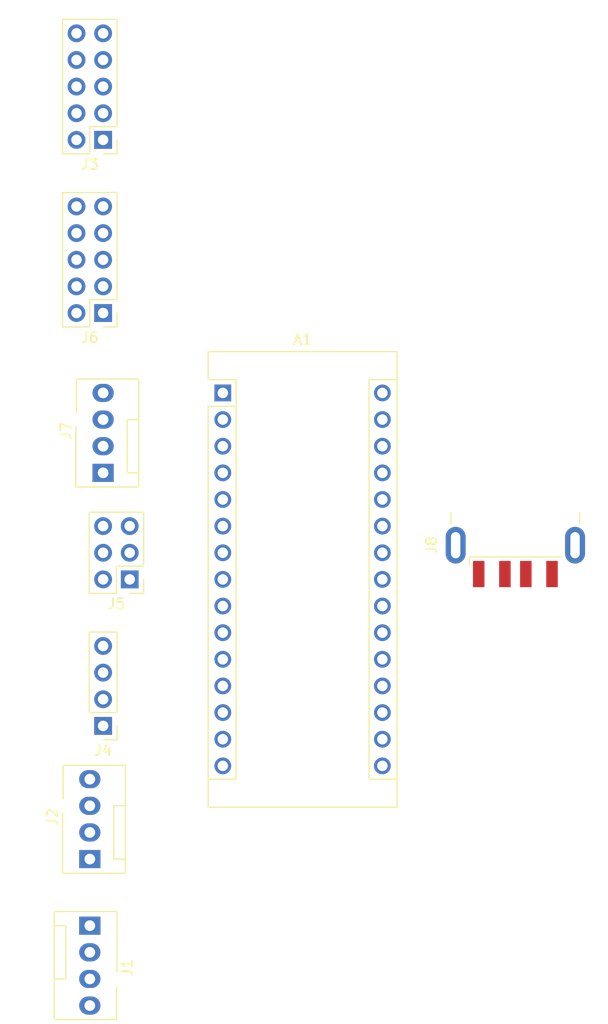
<source format=kicad_pcb>
(kicad_pcb (version 20171130) (host pcbnew "(5.1.7)-1")

  (general
    (thickness 1.6)
    (drawings 0)
    (tracks 0)
    (zones 0)
    (modules 9)
    (nets 37)
  )

  (page A4)
  (layers
    (0 F.Cu signal)
    (31 B.Cu signal)
    (32 B.Adhes user)
    (33 F.Adhes user)
    (34 B.Paste user)
    (35 F.Paste user)
    (36 B.SilkS user)
    (37 F.SilkS user)
    (38 B.Mask user)
    (39 F.Mask user)
    (40 Dwgs.User user)
    (41 Cmts.User user)
    (42 Eco1.User user)
    (43 Eco2.User user)
    (44 Edge.Cuts user)
    (45 Margin user)
    (46 B.CrtYd user)
    (47 F.CrtYd user)
    (48 B.Fab user)
    (49 F.Fab user)
  )

  (setup
    (last_trace_width 0.25)
    (trace_clearance 0.2)
    (zone_clearance 0.508)
    (zone_45_only no)
    (trace_min 0.2)
    (via_size 0.8)
    (via_drill 0.4)
    (via_min_size 0.4)
    (via_min_drill 0.3)
    (uvia_size 0.3)
    (uvia_drill 0.1)
    (uvias_allowed no)
    (uvia_min_size 0.2)
    (uvia_min_drill 0.1)
    (edge_width 0.05)
    (segment_width 0.2)
    (pcb_text_width 0.3)
    (pcb_text_size 1.5 1.5)
    (mod_edge_width 0.12)
    (mod_text_size 1 1)
    (mod_text_width 0.15)
    (pad_size 1.524 1.524)
    (pad_drill 0.762)
    (pad_to_mask_clearance 0)
    (aux_axis_origin 0 0)
    (visible_elements 7FFFFFFF)
    (pcbplotparams
      (layerselection 0x010fc_ffffffff)
      (usegerberextensions false)
      (usegerberattributes true)
      (usegerberadvancedattributes true)
      (creategerberjobfile true)
      (excludeedgelayer true)
      (linewidth 0.100000)
      (plotframeref false)
      (viasonmask false)
      (mode 1)
      (useauxorigin false)
      (hpglpennumber 1)
      (hpglpenspeed 20)
      (hpglpendiameter 15.000000)
      (psnegative false)
      (psa4output false)
      (plotreference true)
      (plotvalue true)
      (plotinvisibletext false)
      (padsonsilk false)
      (subtractmaskfromsilk false)
      (outputformat 1)
      (mirror false)
      (drillshape 1)
      (scaleselection 1)
      (outputdirectory ""))
  )

  (net 0 "")
  (net 1 "Net-(A1-Pad16)")
  (net 2 "Net-(A1-Pad15)")
  (net 3 "Net-(A1-Pad30)")
  (net 4 "Net-(A1-Pad14)")
  (net 5 GND)
  (net 6 "Net-(A1-Pad13)")
  (net 7 "Net-(A1-Pad28)")
  (net 8 "Net-(A1-Pad12)")
  (net 9 VCC)
  (net 10 "Net-(A1-Pad11)")
  (net 11 "Net-(A1-Pad26)")
  (net 12 "Net-(A1-Pad10)")
  (net 13 "Net-(A1-Pad25)")
  (net 14 "Net-(A1-Pad9)")
  (net 15 "Net-(A1-Pad24)")
  (net 16 "Net-(A1-Pad8)")
  (net 17 "Net-(A1-Pad23)")
  (net 18 "Net-(A1-Pad7)")
  (net 19 "Net-(A1-Pad22)")
  (net 20 "Net-(A1-Pad6)")
  (net 21 "Net-(A1-Pad21)")
  (net 22 "Net-(A1-Pad5)")
  (net 23 "Net-(A1-Pad20)")
  (net 24 "Net-(A1-Pad4)")
  (net 25 "Net-(A1-Pad19)")
  (net 26 "Net-(A1-Pad3)")
  (net 27 "Net-(A1-Pad18)")
  (net 28 "Net-(A1-Pad2)")
  (net 29 "Net-(A1-Pad17)")
  (net 30 "Net-(A1-Pad1)")
  (net 31 "Net-(J3-Pad5)")
  (net 32 "Net-(J3-Pad3)")
  (net 33 "Net-(J6-Pad3)")
  (net 34 "Net-(J8-Pad5)")
  (net 35 "Net-(J8-Pad3)")
  (net 36 "Net-(J8-Pad2)")

  (net_class Default "This is the default net class."
    (clearance 0.2)
    (trace_width 0.25)
    (via_dia 0.8)
    (via_drill 0.4)
    (uvia_dia 0.3)
    (uvia_drill 0.1)
    (add_net GND)
    (add_net "Net-(A1-Pad1)")
    (add_net "Net-(A1-Pad10)")
    (add_net "Net-(A1-Pad11)")
    (add_net "Net-(A1-Pad12)")
    (add_net "Net-(A1-Pad13)")
    (add_net "Net-(A1-Pad14)")
    (add_net "Net-(A1-Pad15)")
    (add_net "Net-(A1-Pad16)")
    (add_net "Net-(A1-Pad17)")
    (add_net "Net-(A1-Pad18)")
    (add_net "Net-(A1-Pad19)")
    (add_net "Net-(A1-Pad2)")
    (add_net "Net-(A1-Pad20)")
    (add_net "Net-(A1-Pad21)")
    (add_net "Net-(A1-Pad22)")
    (add_net "Net-(A1-Pad23)")
    (add_net "Net-(A1-Pad24)")
    (add_net "Net-(A1-Pad25)")
    (add_net "Net-(A1-Pad26)")
    (add_net "Net-(A1-Pad28)")
    (add_net "Net-(A1-Pad3)")
    (add_net "Net-(A1-Pad30)")
    (add_net "Net-(A1-Pad4)")
    (add_net "Net-(A1-Pad5)")
    (add_net "Net-(A1-Pad6)")
    (add_net "Net-(A1-Pad7)")
    (add_net "Net-(A1-Pad8)")
    (add_net "Net-(A1-Pad9)")
    (add_net "Net-(J3-Pad3)")
    (add_net "Net-(J3-Pad5)")
    (add_net "Net-(J6-Pad3)")
    (add_net "Net-(J8-Pad2)")
    (add_net "Net-(J8-Pad3)")
    (add_net "Net-(J8-Pad5)")
    (add_net VCC)
  )

  (module Connector_USB:USB_A_CNCTech_1001-011-01101_Horizontal (layer F.Cu) (tedit 5E754393) (tstamp 5FC1803B)
    (at 191.77 113.03 90)
    (descr "USB type A Plug, Horizontal, http://cnctech.us/pdfs/1001-011-01101.pdf")
    (tags USB-A)
    (path /5F89D42E)
    (attr smd)
    (fp_text reference J8 (at -6.9 -8 90) (layer F.SilkS)
      (effects (font (size 1 1) (thickness 0.15)))
    )
    (fp_text value USB_B (at 0 8 270) (layer F.Fab)
      (effects (font (size 1 1) (thickness 0.15)))
    )
    (fp_line (start -7.25 -4) (end -7.25 -3.05) (layer F.Fab) (width 0.1))
    (fp_line (start -7.75 -3.5) (end -7.25 -4) (layer F.Fab) (width 0.1))
    (fp_line (start -7.75 -3.5) (end -7.25 -3) (layer F.Fab) (width 0.1))
    (fp_line (start -8.02 -4.4) (end -8.775 -4.4) (layer F.SilkS) (width 0.12))
    (fp_line (start -11.4 4.55) (end -9.15 4.55) (layer F.CrtYd) (width 0.05))
    (fp_line (start -9.15 4.55) (end -9.15 7.15) (layer F.CrtYd) (width 0.05))
    (fp_line (start -9.15 7.15) (end -4.65 7.15) (layer F.CrtYd) (width 0.05))
    (fp_line (start -4.65 7.15) (end -4.65 6.52) (layer F.CrtYd) (width 0.05))
    (fp_line (start -4.65 6.52) (end 11.4 6.52) (layer F.CrtYd) (width 0.05))
    (fp_line (start 11.4 6.52) (end 11.4 -6.52) (layer F.CrtYd) (width 0.05))
    (fp_line (start -4.65 -6.52) (end 11.4 -6.52) (layer F.CrtYd) (width 0.05))
    (fp_line (start -4.65 -6.52) (end -4.65 -7.15) (layer F.CrtYd) (width 0.05))
    (fp_line (start -9.15 -7.15) (end -4.65 -7.15) (layer F.CrtYd) (width 0.05))
    (fp_line (start -9.15 -7.15) (end -9.15 -4.55) (layer F.CrtYd) (width 0.05))
    (fp_line (start -11.4 -4.55) (end -9.15 -4.55) (layer F.CrtYd) (width 0.05))
    (fp_line (start -11.4 4.55) (end -11.4 -4.55) (layer F.CrtYd) (width 0.05))
    (fp_line (start -4.85 6.145) (end -3.8 6.145) (layer F.SilkS) (width 0.12))
    (fp_line (start -4.85 -6.145) (end -3.8 -6.145) (layer F.SilkS) (width 0.12))
    (fp_line (start -3.8 6.025) (end -3.8 -6.025) (layer Dwgs.User) (width 0.1))
    (fp_line (start -8.02 -4.4) (end -8.02 4.4) (layer F.SilkS) (width 0.12))
    (fp_circle (center -6.9 2.3) (end -6.9 2.8) (layer F.Fab) (width 0.1))
    (fp_circle (center -6.9 -2.3) (end -6.9 -2.8) (layer F.Fab) (width 0.1))
    (fp_line (start -10.4 -3.25) (end -7.9 -3.25) (layer F.Fab) (width 0.1))
    (fp_line (start -10.4 -3.25) (end -10.4 -3.75) (layer F.Fab) (width 0.1))
    (fp_line (start -10.4 -3.75) (end -7.9 -3.75) (layer F.Fab) (width 0.1))
    (fp_line (start -10.4 -1.25) (end -7.9 -1.25) (layer F.Fab) (width 0.1))
    (fp_line (start -10.4 -0.75) (end -7.9 -0.75) (layer F.Fab) (width 0.1))
    (fp_line (start -10.4 -0.75) (end -10.4 -1.25) (layer F.Fab) (width 0.1))
    (fp_line (start -10.4 1.25) (end -7.9 1.25) (layer F.Fab) (width 0.1))
    (fp_line (start -10.4 1.25) (end -10.4 0.75) (layer F.Fab) (width 0.1))
    (fp_line (start -10.4 0.75) (end -7.9 0.75) (layer F.Fab) (width 0.1))
    (fp_line (start -10.4 3.75) (end -7.9 3.75) (layer F.Fab) (width 0.1))
    (fp_line (start -10.4 3.25) (end -7.9 3.25) (layer F.Fab) (width 0.1))
    (fp_line (start -10.4 3.75) (end -10.4 3.25) (layer F.Fab) (width 0.1))
    (fp_line (start 10.9 6.025) (end 10.9 -6.025) (layer F.Fab) (width 0.1))
    (fp_line (start -7.9 6.025) (end 10.9 6.025) (layer F.Fab) (width 0.1))
    (fp_line (start -7.9 -6.025) (end 10.9 -6.025) (layer F.Fab) (width 0.1))
    (fp_line (start -7.9 6.025) (end -7.9 -6.025) (layer F.Fab) (width 0.1))
    (fp_text user %R (at -6 0) (layer F.Fab)
      (effects (font (size 1 1) (thickness 0.15)))
    )
    (fp_text user "PCB Edge" (at -4.55 -0.05) (layer Dwgs.User)
      (effects (font (size 0.6 0.6) (thickness 0.09)))
    )
    (pad "" np_thru_hole circle (at -6.9 2.3 90) (size 1.1 1.1) (drill 1.1) (layers *.Cu *.Mask))
    (pad "" np_thru_hole circle (at -6.9 -2.3 90) (size 1.1 1.1) (drill 1.1) (layers *.Cu *.Mask))
    (pad 5 thru_hole oval (at -6.9 5.7 90) (size 3.5 1.9) (drill oval 2.5 0.9) (layers *.Cu *.Mask)
      (net 34 "Net-(J8-Pad5)"))
    (pad 5 thru_hole oval (at -6.9 -5.7 90) (size 3.5 1.9) (drill oval 2.5 0.9) (layers *.Cu *.Mask)
      (net 34 "Net-(J8-Pad5)"))
    (pad 4 smd rect (at -9.65 3.5 90) (size 2.5 1.1) (layers F.Cu F.Paste F.Mask)
      (net 5 GND))
    (pad 1 smd rect (at -9.65 -3.5 90) (size 2.5 1.1) (layers F.Cu F.Paste F.Mask)
      (net 9 VCC))
    (pad 3 smd rect (at -9.65 1 90) (size 2.5 1.1) (layers F.Cu F.Paste F.Mask)
      (net 35 "Net-(J8-Pad3)"))
    (pad 2 smd rect (at -9.65 -1 90) (size 2.5 1.1) (layers F.Cu F.Paste F.Mask)
      (net 36 "Net-(J8-Pad2)"))
    (model ${KISYS3DMOD}/Connector_USB.3dshapes/USB_A_CNCTech_1001-011-01101_Horizontal.wrl
      (at (xyz 0 0 0))
      (scale (xyz 1 1 1))
      (rotate (xyz 0 0 0))
    )
  )

  (module Connector:FanPinHeader_1x04_P2.54mm_Vertical (layer F.Cu) (tedit 5A19DE55) (tstamp 5FC18007)
    (at 152.4 113.03 90)
    (descr "4-pin CPU fan Through hole pin header, e.g. for Wieson part number 2366C888-007 Molex 47053-1000, Foxconn HF27040-M1, Tyco 1470947-1 or equivalent, see http://www.formfactors.org/developer%5Cspecs%5Crev1_2_public.pdf")
    (tags "pin header 4-pin CPU fan")
    (path /5F8A4E81)
    (fp_text reference J7 (at 4 -3.55 90) (layer F.SilkS)
      (effects (font (size 1 1) (thickness 0.15)))
    )
    (fp_text value U1 (at 4.05 4.35 90) (layer F.Fab)
      (effects (font (size 1 1) (thickness 0.15)))
    )
    (fp_line (start 9.35 -3.2) (end 9.35 3.8) (layer F.CrtYd) (width 0.05))
    (fp_line (start 9.35 -3.2) (end -1.75 -3.2) (layer F.CrtYd) (width 0.05))
    (fp_line (start -1.75 3.8) (end 9.35 3.8) (layer F.CrtYd) (width 0.05))
    (fp_line (start -1.75 3.8) (end -1.75 -3.2) (layer F.CrtYd) (width 0.05))
    (fp_line (start 5.08 2.29) (end 5.08 3.3) (layer F.SilkS) (width 0.12))
    (fp_line (start 0 2.29) (end 5.08 2.29) (layer F.SilkS) (width 0.12))
    (fp_line (start 0 3.3) (end 0 2.29) (layer F.SilkS) (width 0.12))
    (fp_line (start -1.25 -2.5) (end 4.4 -2.5) (layer F.Fab) (width 0.1))
    (fp_line (start -1.25 3.3) (end -1.25 -2.5) (layer F.Fab) (width 0.1))
    (fp_line (start -1.2 3.3) (end -1.25 3.3) (layer F.Fab) (width 0.1))
    (fp_line (start 8.85 3.3) (end -1.2 3.3) (layer F.Fab) (width 0.1))
    (fp_line (start 8.85 -2.5) (end 8.85 3.3) (layer F.Fab) (width 0.1))
    (fp_line (start 5.75 -2.5) (end 8.85 -2.5) (layer F.Fab) (width 0.1))
    (fp_line (start 0 2.3) (end 0 3.3) (layer F.Fab) (width 0.1))
    (fp_line (start 5.1 2.3) (end 0 2.3) (layer F.Fab) (width 0.1))
    (fp_line (start 5.1 3.3) (end 5.1 2.3) (layer F.Fab) (width 0.1))
    (fp_line (start -1.35 3.4) (end -1.35 -2.6) (layer F.SilkS) (width 0.12))
    (fp_line (start 8.95 3.4) (end -1.35 3.4) (layer F.SilkS) (width 0.12))
    (fp_line (start 8.95 -2.55) (end 8.95 3.4) (layer F.SilkS) (width 0.12))
    (fp_line (start 5.75 -2.55) (end 8.95 -2.55) (layer F.SilkS) (width 0.12))
    (fp_line (start -1.35 -2.6) (end 4.4 -2.6) (layer F.SilkS) (width 0.12))
    (fp_text user %R (at 1.85 -1.75 90) (layer F.Fab)
      (effects (font (size 1 1) (thickness 0.15)))
    )
    (pad "" np_thru_hole circle (at 5.08 -2.16 180) (size 1.1 1.1) (drill 1.1) (layers *.Cu *.Mask))
    (pad 4 thru_hole oval (at 7.62 0 180) (size 2.03 1.73) (drill 1.02) (layers *.Cu *.Mask)
      (net 5 GND))
    (pad 3 thru_hole oval (at 5.08 0 180) (size 2.03 1.73) (drill 1.02) (layers *.Cu *.Mask)
      (net 22 "Net-(A1-Pad5)"))
    (pad 2 thru_hole oval (at 2.54 0 180) (size 2.03 1.73) (drill 1.02) (layers *.Cu *.Mask)
      (net 20 "Net-(A1-Pad6)"))
    (pad 1 thru_hole rect (at 0 0 180) (size 2.03 1.73) (drill 1.02) (layers *.Cu *.Mask)
      (net 9 VCC))
    (model ${KISYS3DMOD}/Connector.3dshapes/FanPinHeader_1x04_P2.54mm_Vertical.wrl
      (at (xyz 0 0 0))
      (scale (xyz 1 1 1))
      (rotate (xyz 0 0 0))
    )
  )

  (module Connector_PinHeader_2.54mm:PinHeader_2x05_P2.54mm_Vertical (layer F.Cu) (tedit 59FED5CC) (tstamp 5FC17FE8)
    (at 152.4 97.79 180)
    (descr "Through hole straight pin header, 2x05, 2.54mm pitch, double rows")
    (tags "Through hole pin header THT 2x05 2.54mm double row")
    (path /5F89B987)
    (fp_text reference J6 (at 1.27 -2.33) (layer F.SilkS)
      (effects (font (size 1 1) (thickness 0.15)))
    )
    (fp_text value Conn_02x05_Odd_Even (at 1.27 12.49) (layer F.Fab)
      (effects (font (size 1 1) (thickness 0.15)))
    )
    (fp_line (start 4.35 -1.8) (end -1.8 -1.8) (layer F.CrtYd) (width 0.05))
    (fp_line (start 4.35 11.95) (end 4.35 -1.8) (layer F.CrtYd) (width 0.05))
    (fp_line (start -1.8 11.95) (end 4.35 11.95) (layer F.CrtYd) (width 0.05))
    (fp_line (start -1.8 -1.8) (end -1.8 11.95) (layer F.CrtYd) (width 0.05))
    (fp_line (start -1.33 -1.33) (end 0 -1.33) (layer F.SilkS) (width 0.12))
    (fp_line (start -1.33 0) (end -1.33 -1.33) (layer F.SilkS) (width 0.12))
    (fp_line (start 1.27 -1.33) (end 3.87 -1.33) (layer F.SilkS) (width 0.12))
    (fp_line (start 1.27 1.27) (end 1.27 -1.33) (layer F.SilkS) (width 0.12))
    (fp_line (start -1.33 1.27) (end 1.27 1.27) (layer F.SilkS) (width 0.12))
    (fp_line (start 3.87 -1.33) (end 3.87 11.49) (layer F.SilkS) (width 0.12))
    (fp_line (start -1.33 1.27) (end -1.33 11.49) (layer F.SilkS) (width 0.12))
    (fp_line (start -1.33 11.49) (end 3.87 11.49) (layer F.SilkS) (width 0.12))
    (fp_line (start -1.27 0) (end 0 -1.27) (layer F.Fab) (width 0.1))
    (fp_line (start -1.27 11.43) (end -1.27 0) (layer F.Fab) (width 0.1))
    (fp_line (start 3.81 11.43) (end -1.27 11.43) (layer F.Fab) (width 0.1))
    (fp_line (start 3.81 -1.27) (end 3.81 11.43) (layer F.Fab) (width 0.1))
    (fp_line (start 0 -1.27) (end 3.81 -1.27) (layer F.Fab) (width 0.1))
    (fp_text user %R (at 1.27 5.08 90) (layer F.Fab)
      (effects (font (size 1 1) (thickness 0.15)))
    )
    (pad 10 thru_hole oval (at 2.54 10.16 180) (size 1.7 1.7) (drill 1) (layers *.Cu *.Mask)
      (net 9 VCC))
    (pad 9 thru_hole oval (at 0 10.16 180) (size 1.7 1.7) (drill 1) (layers *.Cu *.Mask)
      (net 9 VCC))
    (pad 8 thru_hole oval (at 2.54 7.62 180) (size 1.7 1.7) (drill 1) (layers *.Cu *.Mask)
      (net 28 "Net-(A1-Pad2)"))
    (pad 7 thru_hole oval (at 0 7.62 180) (size 1.7 1.7) (drill 1) (layers *.Cu *.Mask)
      (net 28 "Net-(A1-Pad2)"))
    (pad 6 thru_hole oval (at 2.54 5.08 180) (size 1.7 1.7) (drill 1) (layers *.Cu *.Mask)
      (net 31 "Net-(J3-Pad5)"))
    (pad 5 thru_hole oval (at 0 5.08 180) (size 1.7 1.7) (drill 1) (layers *.Cu *.Mask)
      (net 31 "Net-(J3-Pad5)"))
    (pad 4 thru_hole oval (at 2.54 2.54 180) (size 1.7 1.7) (drill 1) (layers *.Cu *.Mask)
      (net 33 "Net-(J6-Pad3)"))
    (pad 3 thru_hole oval (at 0 2.54 180) (size 1.7 1.7) (drill 1) (layers *.Cu *.Mask)
      (net 33 "Net-(J6-Pad3)"))
    (pad 2 thru_hole oval (at 2.54 0 180) (size 1.7 1.7) (drill 1) (layers *.Cu *.Mask)
      (net 5 GND))
    (pad 1 thru_hole rect (at 0 0 180) (size 1.7 1.7) (drill 1) (layers *.Cu *.Mask)
      (net 5 GND))
    (model ${KISYS3DMOD}/Connector_PinHeader_2.54mm.3dshapes/PinHeader_2x05_P2.54mm_Vertical.wrl
      (at (xyz 0 0 0))
      (scale (xyz 1 1 1))
      (rotate (xyz 0 0 0))
    )
  )

  (module Connector_PinHeader_2.54mm:PinHeader_2x03_P2.54mm_Vertical (layer F.Cu) (tedit 59FED5CC) (tstamp 5FC17FC8)
    (at 154.94 123.19 180)
    (descr "Through hole straight pin header, 2x03, 2.54mm pitch, double rows")
    (tags "Through hole pin header THT 2x03 2.54mm double row")
    (path /5F8A6E1C)
    (fp_text reference J5 (at 1.27 -2.33) (layer F.SilkS)
      (effects (font (size 1 1) (thickness 0.15)))
    )
    (fp_text value Conn_02x03_Odd_Even (at 1.27 7.41) (layer F.Fab)
      (effects (font (size 1 1) (thickness 0.15)))
    )
    (fp_line (start 4.35 -1.8) (end -1.8 -1.8) (layer F.CrtYd) (width 0.05))
    (fp_line (start 4.35 6.85) (end 4.35 -1.8) (layer F.CrtYd) (width 0.05))
    (fp_line (start -1.8 6.85) (end 4.35 6.85) (layer F.CrtYd) (width 0.05))
    (fp_line (start -1.8 -1.8) (end -1.8 6.85) (layer F.CrtYd) (width 0.05))
    (fp_line (start -1.33 -1.33) (end 0 -1.33) (layer F.SilkS) (width 0.12))
    (fp_line (start -1.33 0) (end -1.33 -1.33) (layer F.SilkS) (width 0.12))
    (fp_line (start 1.27 -1.33) (end 3.87 -1.33) (layer F.SilkS) (width 0.12))
    (fp_line (start 1.27 1.27) (end 1.27 -1.33) (layer F.SilkS) (width 0.12))
    (fp_line (start -1.33 1.27) (end 1.27 1.27) (layer F.SilkS) (width 0.12))
    (fp_line (start 3.87 -1.33) (end 3.87 6.41) (layer F.SilkS) (width 0.12))
    (fp_line (start -1.33 1.27) (end -1.33 6.41) (layer F.SilkS) (width 0.12))
    (fp_line (start -1.33 6.41) (end 3.87 6.41) (layer F.SilkS) (width 0.12))
    (fp_line (start -1.27 0) (end 0 -1.27) (layer F.Fab) (width 0.1))
    (fp_line (start -1.27 6.35) (end -1.27 0) (layer F.Fab) (width 0.1))
    (fp_line (start 3.81 6.35) (end -1.27 6.35) (layer F.Fab) (width 0.1))
    (fp_line (start 3.81 -1.27) (end 3.81 6.35) (layer F.Fab) (width 0.1))
    (fp_line (start 0 -1.27) (end 3.81 -1.27) (layer F.Fab) (width 0.1))
    (fp_text user %R (at 1.27 2.54 90) (layer F.Fab)
      (effects (font (size 1 1) (thickness 0.15)))
    )
    (pad 6 thru_hole oval (at 2.54 5.08 180) (size 1.7 1.7) (drill 1) (layers *.Cu *.Mask)
      (net 5 GND))
    (pad 5 thru_hole oval (at 0 5.08 180) (size 1.7 1.7) (drill 1) (layers *.Cu *.Mask)
      (net 5 GND))
    (pad 4 thru_hole oval (at 2.54 2.54 180) (size 1.7 1.7) (drill 1) (layers *.Cu *.Mask)
      (net 18 "Net-(A1-Pad7)"))
    (pad 3 thru_hole oval (at 0 2.54 180) (size 1.7 1.7) (drill 1) (layers *.Cu *.Mask)
      (net 18 "Net-(A1-Pad7)"))
    (pad 2 thru_hole oval (at 2.54 0 180) (size 1.7 1.7) (drill 1) (layers *.Cu *.Mask)
      (net 9 VCC))
    (pad 1 thru_hole rect (at 0 0 180) (size 1.7 1.7) (drill 1) (layers *.Cu *.Mask)
      (net 9 VCC))
    (model ${KISYS3DMOD}/Connector_PinHeader_2.54mm.3dshapes/PinHeader_2x03_P2.54mm_Vertical.wrl
      (at (xyz 0 0 0))
      (scale (xyz 1 1 1))
      (rotate (xyz 0 0 0))
    )
  )

  (module Connector_PinHeader_2.54mm:PinHeader_1x04_P2.54mm_Vertical (layer F.Cu) (tedit 59FED5CC) (tstamp 5FC17FAC)
    (at 152.4 137.16 180)
    (descr "Through hole straight pin header, 1x04, 2.54mm pitch, single row")
    (tags "Through hole pin header THT 1x04 2.54mm single row")
    (path /5F8A5392)
    (fp_text reference J4 (at 0 -2.33) (layer F.SilkS)
      (effects (font (size 1 1) (thickness 0.15)))
    )
    (fp_text value U2 (at 0 9.95) (layer F.Fab)
      (effects (font (size 1 1) (thickness 0.15)))
    )
    (fp_line (start 1.8 -1.8) (end -1.8 -1.8) (layer F.CrtYd) (width 0.05))
    (fp_line (start 1.8 9.4) (end 1.8 -1.8) (layer F.CrtYd) (width 0.05))
    (fp_line (start -1.8 9.4) (end 1.8 9.4) (layer F.CrtYd) (width 0.05))
    (fp_line (start -1.8 -1.8) (end -1.8 9.4) (layer F.CrtYd) (width 0.05))
    (fp_line (start -1.33 -1.33) (end 0 -1.33) (layer F.SilkS) (width 0.12))
    (fp_line (start -1.33 0) (end -1.33 -1.33) (layer F.SilkS) (width 0.12))
    (fp_line (start -1.33 1.27) (end 1.33 1.27) (layer F.SilkS) (width 0.12))
    (fp_line (start 1.33 1.27) (end 1.33 8.95) (layer F.SilkS) (width 0.12))
    (fp_line (start -1.33 1.27) (end -1.33 8.95) (layer F.SilkS) (width 0.12))
    (fp_line (start -1.33 8.95) (end 1.33 8.95) (layer F.SilkS) (width 0.12))
    (fp_line (start -1.27 -0.635) (end -0.635 -1.27) (layer F.Fab) (width 0.1))
    (fp_line (start -1.27 8.89) (end -1.27 -0.635) (layer F.Fab) (width 0.1))
    (fp_line (start 1.27 8.89) (end -1.27 8.89) (layer F.Fab) (width 0.1))
    (fp_line (start 1.27 -1.27) (end 1.27 8.89) (layer F.Fab) (width 0.1))
    (fp_line (start -0.635 -1.27) (end 1.27 -1.27) (layer F.Fab) (width 0.1))
    (fp_text user %R (at 0 3.81 90) (layer F.Fab)
      (effects (font (size 1 1) (thickness 0.15)))
    )
    (pad 4 thru_hole oval (at 0 7.62 180) (size 1.7 1.7) (drill 1) (layers *.Cu *.Mask)
      (net 5 GND))
    (pad 3 thru_hole oval (at 0 5.08 180) (size 1.7 1.7) (drill 1) (layers *.Cu *.Mask)
      (net 16 "Net-(A1-Pad8)"))
    (pad 2 thru_hole oval (at 0 2.54 180) (size 1.7 1.7) (drill 1) (layers *.Cu *.Mask)
      (net 14 "Net-(A1-Pad9)"))
    (pad 1 thru_hole rect (at 0 0 180) (size 1.7 1.7) (drill 1) (layers *.Cu *.Mask)
      (net 9 VCC))
    (model ${KISYS3DMOD}/Connector_PinHeader_2.54mm.3dshapes/PinHeader_1x04_P2.54mm_Vertical.wrl
      (at (xyz 0 0 0))
      (scale (xyz 1 1 1))
      (rotate (xyz 0 0 0))
    )
  )

  (module Connector_PinHeader_2.54mm:PinHeader_2x05_P2.54mm_Vertical (layer F.Cu) (tedit 59FED5CC) (tstamp 5FC17F94)
    (at 152.4 81.28 180)
    (descr "Through hole straight pin header, 2x05, 2.54mm pitch, double rows")
    (tags "Through hole pin header THT 2x05 2.54mm double row")
    (path /5F89ABE1)
    (fp_text reference J3 (at 1.27 -2.33) (layer F.SilkS)
      (effects (font (size 1 1) (thickness 0.15)))
    )
    (fp_text value Conn_02x05_Odd_Even (at 1.27 12.49) (layer F.Fab)
      (effects (font (size 1 1) (thickness 0.15)))
    )
    (fp_line (start 4.35 -1.8) (end -1.8 -1.8) (layer F.CrtYd) (width 0.05))
    (fp_line (start 4.35 11.95) (end 4.35 -1.8) (layer F.CrtYd) (width 0.05))
    (fp_line (start -1.8 11.95) (end 4.35 11.95) (layer F.CrtYd) (width 0.05))
    (fp_line (start -1.8 -1.8) (end -1.8 11.95) (layer F.CrtYd) (width 0.05))
    (fp_line (start -1.33 -1.33) (end 0 -1.33) (layer F.SilkS) (width 0.12))
    (fp_line (start -1.33 0) (end -1.33 -1.33) (layer F.SilkS) (width 0.12))
    (fp_line (start 1.27 -1.33) (end 3.87 -1.33) (layer F.SilkS) (width 0.12))
    (fp_line (start 1.27 1.27) (end 1.27 -1.33) (layer F.SilkS) (width 0.12))
    (fp_line (start -1.33 1.27) (end 1.27 1.27) (layer F.SilkS) (width 0.12))
    (fp_line (start 3.87 -1.33) (end 3.87 11.49) (layer F.SilkS) (width 0.12))
    (fp_line (start -1.33 1.27) (end -1.33 11.49) (layer F.SilkS) (width 0.12))
    (fp_line (start -1.33 11.49) (end 3.87 11.49) (layer F.SilkS) (width 0.12))
    (fp_line (start -1.27 0) (end 0 -1.27) (layer F.Fab) (width 0.1))
    (fp_line (start -1.27 11.43) (end -1.27 0) (layer F.Fab) (width 0.1))
    (fp_line (start 3.81 11.43) (end -1.27 11.43) (layer F.Fab) (width 0.1))
    (fp_line (start 3.81 -1.27) (end 3.81 11.43) (layer F.Fab) (width 0.1))
    (fp_line (start 0 -1.27) (end 3.81 -1.27) (layer F.Fab) (width 0.1))
    (fp_text user %R (at 1.27 5.08 90) (layer F.Fab)
      (effects (font (size 1 1) (thickness 0.15)))
    )
    (pad 10 thru_hole oval (at 2.54 10.16 180) (size 1.7 1.7) (drill 1) (layers *.Cu *.Mask)
      (net 9 VCC))
    (pad 9 thru_hole oval (at 0 10.16 180) (size 1.7 1.7) (drill 1) (layers *.Cu *.Mask)
      (net 9 VCC))
    (pad 8 thru_hole oval (at 2.54 7.62 180) (size 1.7 1.7) (drill 1) (layers *.Cu *.Mask)
      (net 30 "Net-(A1-Pad1)"))
    (pad 7 thru_hole oval (at 0 7.62 180) (size 1.7 1.7) (drill 1) (layers *.Cu *.Mask)
      (net 30 "Net-(A1-Pad1)"))
    (pad 6 thru_hole oval (at 2.54 5.08 180) (size 1.7 1.7) (drill 1) (layers *.Cu *.Mask)
      (net 31 "Net-(J3-Pad5)"))
    (pad 5 thru_hole oval (at 0 5.08 180) (size 1.7 1.7) (drill 1) (layers *.Cu *.Mask)
      (net 31 "Net-(J3-Pad5)"))
    (pad 4 thru_hole oval (at 2.54 2.54 180) (size 1.7 1.7) (drill 1) (layers *.Cu *.Mask)
      (net 32 "Net-(J3-Pad3)"))
    (pad 3 thru_hole oval (at 0 2.54 180) (size 1.7 1.7) (drill 1) (layers *.Cu *.Mask)
      (net 32 "Net-(J3-Pad3)"))
    (pad 2 thru_hole oval (at 2.54 0 180) (size 1.7 1.7) (drill 1) (layers *.Cu *.Mask)
      (net 5 GND))
    (pad 1 thru_hole rect (at 0 0 180) (size 1.7 1.7) (drill 1) (layers *.Cu *.Mask)
      (net 5 GND))
    (model ${KISYS3DMOD}/Connector_PinHeader_2.54mm.3dshapes/PinHeader_2x05_P2.54mm_Vertical.wrl
      (at (xyz 0 0 0))
      (scale (xyz 1 1 1))
      (rotate (xyz 0 0 0))
    )
  )

  (module Connector:FanPinHeader_1x04_P2.54mm_Vertical (layer F.Cu) (tedit 5A19DE55) (tstamp 5FC17F74)
    (at 151.13 149.86 90)
    (descr "4-pin CPU fan Through hole pin header, e.g. for Wieson part number 2366C888-007 Molex 47053-1000, Foxconn HF27040-M1, Tyco 1470947-1 or equivalent, see http://www.formfactors.org/developer%5Cspecs%5Crev1_2_public.pdf")
    (tags "pin header 4-pin CPU fan")
    (path /5F8A5C9D)
    (fp_text reference J2 (at 4 -3.55 90) (layer F.SilkS)
      (effects (font (size 1 1) (thickness 0.15)))
    )
    (fp_text value U3 (at 4.05 4.35 90) (layer F.Fab)
      (effects (font (size 1 1) (thickness 0.15)))
    )
    (fp_line (start 9.35 -3.2) (end 9.35 3.8) (layer F.CrtYd) (width 0.05))
    (fp_line (start 9.35 -3.2) (end -1.75 -3.2) (layer F.CrtYd) (width 0.05))
    (fp_line (start -1.75 3.8) (end 9.35 3.8) (layer F.CrtYd) (width 0.05))
    (fp_line (start -1.75 3.8) (end -1.75 -3.2) (layer F.CrtYd) (width 0.05))
    (fp_line (start 5.08 2.29) (end 5.08 3.3) (layer F.SilkS) (width 0.12))
    (fp_line (start 0 2.29) (end 5.08 2.29) (layer F.SilkS) (width 0.12))
    (fp_line (start 0 3.3) (end 0 2.29) (layer F.SilkS) (width 0.12))
    (fp_line (start -1.25 -2.5) (end 4.4 -2.5) (layer F.Fab) (width 0.1))
    (fp_line (start -1.25 3.3) (end -1.25 -2.5) (layer F.Fab) (width 0.1))
    (fp_line (start -1.2 3.3) (end -1.25 3.3) (layer F.Fab) (width 0.1))
    (fp_line (start 8.85 3.3) (end -1.2 3.3) (layer F.Fab) (width 0.1))
    (fp_line (start 8.85 -2.5) (end 8.85 3.3) (layer F.Fab) (width 0.1))
    (fp_line (start 5.75 -2.5) (end 8.85 -2.5) (layer F.Fab) (width 0.1))
    (fp_line (start 0 2.3) (end 0 3.3) (layer F.Fab) (width 0.1))
    (fp_line (start 5.1 2.3) (end 0 2.3) (layer F.Fab) (width 0.1))
    (fp_line (start 5.1 3.3) (end 5.1 2.3) (layer F.Fab) (width 0.1))
    (fp_line (start -1.35 3.4) (end -1.35 -2.6) (layer F.SilkS) (width 0.12))
    (fp_line (start 8.95 3.4) (end -1.35 3.4) (layer F.SilkS) (width 0.12))
    (fp_line (start 8.95 -2.55) (end 8.95 3.4) (layer F.SilkS) (width 0.12))
    (fp_line (start 5.75 -2.55) (end 8.95 -2.55) (layer F.SilkS) (width 0.12))
    (fp_line (start -1.35 -2.6) (end 4.4 -2.6) (layer F.SilkS) (width 0.12))
    (fp_text user %R (at 1.85 -1.75 90) (layer F.Fab)
      (effects (font (size 1 1) (thickness 0.15)))
    )
    (pad "" np_thru_hole circle (at 5.08 -2.16 180) (size 1.1 1.1) (drill 1.1) (layers *.Cu *.Mask))
    (pad 4 thru_hole oval (at 7.62 0 180) (size 2.03 1.73) (drill 1.02) (layers *.Cu *.Mask)
      (net 5 GND))
    (pad 3 thru_hole oval (at 5.08 0 180) (size 2.03 1.73) (drill 1.02) (layers *.Cu *.Mask)
      (net 12 "Net-(A1-Pad10)"))
    (pad 2 thru_hole oval (at 2.54 0 180) (size 2.03 1.73) (drill 1.02) (layers *.Cu *.Mask)
      (net 10 "Net-(A1-Pad11)"))
    (pad 1 thru_hole rect (at 0 0 180) (size 2.03 1.73) (drill 1.02) (layers *.Cu *.Mask)
      (net 9 VCC))
    (model ${KISYS3DMOD}/Connector.3dshapes/FanPinHeader_1x04_P2.54mm_Vertical.wrl
      (at (xyz 0 0 0))
      (scale (xyz 1 1 1))
      (rotate (xyz 0 0 0))
    )
  )

  (module Connector:FanPinHeader_1x04_P2.54mm_Vertical (layer F.Cu) (tedit 5A19DE55) (tstamp 5FC17F55)
    (at 151.13 156.21 270)
    (descr "4-pin CPU fan Through hole pin header, e.g. for Wieson part number 2366C888-007 Molex 47053-1000, Foxconn HF27040-M1, Tyco 1470947-1 or equivalent, see http://www.formfactors.org/developer%5Cspecs%5Crev1_2_public.pdf")
    (tags "pin header 4-pin CPU fan")
    (path /5F8A64B7)
    (fp_text reference J1 (at 4 -3.55 90) (layer F.SilkS)
      (effects (font (size 1 1) (thickness 0.15)))
    )
    (fp_text value U4 (at 4.05 4.35 90) (layer F.Fab)
      (effects (font (size 1 1) (thickness 0.15)))
    )
    (fp_line (start 9.35 -3.2) (end 9.35 3.8) (layer F.CrtYd) (width 0.05))
    (fp_line (start 9.35 -3.2) (end -1.75 -3.2) (layer F.CrtYd) (width 0.05))
    (fp_line (start -1.75 3.8) (end 9.35 3.8) (layer F.CrtYd) (width 0.05))
    (fp_line (start -1.75 3.8) (end -1.75 -3.2) (layer F.CrtYd) (width 0.05))
    (fp_line (start 5.08 2.29) (end 5.08 3.3) (layer F.SilkS) (width 0.12))
    (fp_line (start 0 2.29) (end 5.08 2.29) (layer F.SilkS) (width 0.12))
    (fp_line (start 0 3.3) (end 0 2.29) (layer F.SilkS) (width 0.12))
    (fp_line (start -1.25 -2.5) (end 4.4 -2.5) (layer F.Fab) (width 0.1))
    (fp_line (start -1.25 3.3) (end -1.25 -2.5) (layer F.Fab) (width 0.1))
    (fp_line (start -1.2 3.3) (end -1.25 3.3) (layer F.Fab) (width 0.1))
    (fp_line (start 8.85 3.3) (end -1.2 3.3) (layer F.Fab) (width 0.1))
    (fp_line (start 8.85 -2.5) (end 8.85 3.3) (layer F.Fab) (width 0.1))
    (fp_line (start 5.75 -2.5) (end 8.85 -2.5) (layer F.Fab) (width 0.1))
    (fp_line (start 0 2.3) (end 0 3.3) (layer F.Fab) (width 0.1))
    (fp_line (start 5.1 2.3) (end 0 2.3) (layer F.Fab) (width 0.1))
    (fp_line (start 5.1 3.3) (end 5.1 2.3) (layer F.Fab) (width 0.1))
    (fp_line (start -1.35 3.4) (end -1.35 -2.6) (layer F.SilkS) (width 0.12))
    (fp_line (start 8.95 3.4) (end -1.35 3.4) (layer F.SilkS) (width 0.12))
    (fp_line (start 8.95 -2.55) (end 8.95 3.4) (layer F.SilkS) (width 0.12))
    (fp_line (start 5.75 -2.55) (end 8.95 -2.55) (layer F.SilkS) (width 0.12))
    (fp_line (start -1.35 -2.6) (end 4.4 -2.6) (layer F.SilkS) (width 0.12))
    (fp_text user %R (at 1.85 -1.75 90) (layer F.Fab)
      (effects (font (size 1 1) (thickness 0.15)))
    )
    (pad "" np_thru_hole circle (at 5.08 -2.16) (size 1.1 1.1) (drill 1.1) (layers *.Cu *.Mask))
    (pad 4 thru_hole oval (at 7.62 0) (size 2.03 1.73) (drill 1.02) (layers *.Cu *.Mask)
      (net 9 VCC))
    (pad 3 thru_hole oval (at 5.08 0) (size 2.03 1.73) (drill 1.02) (layers *.Cu *.Mask)
      (net 6 "Net-(A1-Pad13)"))
    (pad 2 thru_hole oval (at 2.54 0) (size 2.03 1.73) (drill 1.02) (layers *.Cu *.Mask)
      (net 8 "Net-(A1-Pad12)"))
    (pad 1 thru_hole rect (at 0 0) (size 2.03 1.73) (drill 1.02) (layers *.Cu *.Mask)
      (net 5 GND))
    (model ${KISYS3DMOD}/Connector.3dshapes/FanPinHeader_1x04_P2.54mm_Vertical.wrl
      (at (xyz 0 0 0))
      (scale (xyz 1 1 1))
      (rotate (xyz 0 0 0))
    )
  )

  (module Module:Arduino_Nano (layer F.Cu) (tedit 58ACAF70) (tstamp 5FC17F36)
    (at 163.83 105.41)
    (descr "Arduino Nano, http://www.mouser.com/pdfdocs/Gravitech_Arduino_Nano3_0.pdf")
    (tags "Arduino Nano")
    (path /5F89FA0E)
    (fp_text reference A1 (at 7.62 -5.08) (layer F.SilkS)
      (effects (font (size 1 1) (thickness 0.15)))
    )
    (fp_text value Arduino_Nano_v3.x (at 8.89 19.05 90) (layer F.Fab)
      (effects (font (size 1 1) (thickness 0.15)))
    )
    (fp_line (start 16.75 42.16) (end -1.53 42.16) (layer F.CrtYd) (width 0.05))
    (fp_line (start 16.75 42.16) (end 16.75 -4.06) (layer F.CrtYd) (width 0.05))
    (fp_line (start -1.53 -4.06) (end -1.53 42.16) (layer F.CrtYd) (width 0.05))
    (fp_line (start -1.53 -4.06) (end 16.75 -4.06) (layer F.CrtYd) (width 0.05))
    (fp_line (start 16.51 -3.81) (end 16.51 39.37) (layer F.Fab) (width 0.1))
    (fp_line (start 0 -3.81) (end 16.51 -3.81) (layer F.Fab) (width 0.1))
    (fp_line (start -1.27 -2.54) (end 0 -3.81) (layer F.Fab) (width 0.1))
    (fp_line (start -1.27 39.37) (end -1.27 -2.54) (layer F.Fab) (width 0.1))
    (fp_line (start 16.51 39.37) (end -1.27 39.37) (layer F.Fab) (width 0.1))
    (fp_line (start 16.64 -3.94) (end -1.4 -3.94) (layer F.SilkS) (width 0.12))
    (fp_line (start 16.64 39.5) (end 16.64 -3.94) (layer F.SilkS) (width 0.12))
    (fp_line (start -1.4 39.5) (end 16.64 39.5) (layer F.SilkS) (width 0.12))
    (fp_line (start 3.81 41.91) (end 3.81 31.75) (layer F.Fab) (width 0.1))
    (fp_line (start 11.43 41.91) (end 3.81 41.91) (layer F.Fab) (width 0.1))
    (fp_line (start 11.43 31.75) (end 11.43 41.91) (layer F.Fab) (width 0.1))
    (fp_line (start 3.81 31.75) (end 11.43 31.75) (layer F.Fab) (width 0.1))
    (fp_line (start 1.27 36.83) (end -1.4 36.83) (layer F.SilkS) (width 0.12))
    (fp_line (start 1.27 1.27) (end 1.27 36.83) (layer F.SilkS) (width 0.12))
    (fp_line (start 1.27 1.27) (end -1.4 1.27) (layer F.SilkS) (width 0.12))
    (fp_line (start 13.97 36.83) (end 16.64 36.83) (layer F.SilkS) (width 0.12))
    (fp_line (start 13.97 -1.27) (end 13.97 36.83) (layer F.SilkS) (width 0.12))
    (fp_line (start 13.97 -1.27) (end 16.64 -1.27) (layer F.SilkS) (width 0.12))
    (fp_line (start -1.4 -3.94) (end -1.4 -1.27) (layer F.SilkS) (width 0.12))
    (fp_line (start -1.4 1.27) (end -1.4 39.5) (layer F.SilkS) (width 0.12))
    (fp_line (start 1.27 -1.27) (end -1.4 -1.27) (layer F.SilkS) (width 0.12))
    (fp_line (start 1.27 1.27) (end 1.27 -1.27) (layer F.SilkS) (width 0.12))
    (fp_text user %R (at 6.35 19.05 90) (layer F.Fab)
      (effects (font (size 1 1) (thickness 0.15)))
    )
    (pad 16 thru_hole oval (at 15.24 35.56) (size 1.6 1.6) (drill 1) (layers *.Cu *.Mask)
      (net 1 "Net-(A1-Pad16)"))
    (pad 15 thru_hole oval (at 0 35.56) (size 1.6 1.6) (drill 1) (layers *.Cu *.Mask)
      (net 2 "Net-(A1-Pad15)"))
    (pad 30 thru_hole oval (at 15.24 0) (size 1.6 1.6) (drill 1) (layers *.Cu *.Mask)
      (net 3 "Net-(A1-Pad30)"))
    (pad 14 thru_hole oval (at 0 33.02) (size 1.6 1.6) (drill 1) (layers *.Cu *.Mask)
      (net 4 "Net-(A1-Pad14)"))
    (pad 29 thru_hole oval (at 15.24 2.54) (size 1.6 1.6) (drill 1) (layers *.Cu *.Mask)
      (net 5 GND))
    (pad 13 thru_hole oval (at 0 30.48) (size 1.6 1.6) (drill 1) (layers *.Cu *.Mask)
      (net 6 "Net-(A1-Pad13)"))
    (pad 28 thru_hole oval (at 15.24 5.08) (size 1.6 1.6) (drill 1) (layers *.Cu *.Mask)
      (net 7 "Net-(A1-Pad28)"))
    (pad 12 thru_hole oval (at 0 27.94) (size 1.6 1.6) (drill 1) (layers *.Cu *.Mask)
      (net 8 "Net-(A1-Pad12)"))
    (pad 27 thru_hole oval (at 15.24 7.62) (size 1.6 1.6) (drill 1) (layers *.Cu *.Mask)
      (net 9 VCC))
    (pad 11 thru_hole oval (at 0 25.4) (size 1.6 1.6) (drill 1) (layers *.Cu *.Mask)
      (net 10 "Net-(A1-Pad11)"))
    (pad 26 thru_hole oval (at 15.24 10.16) (size 1.6 1.6) (drill 1) (layers *.Cu *.Mask)
      (net 11 "Net-(A1-Pad26)"))
    (pad 10 thru_hole oval (at 0 22.86) (size 1.6 1.6) (drill 1) (layers *.Cu *.Mask)
      (net 12 "Net-(A1-Pad10)"))
    (pad 25 thru_hole oval (at 15.24 12.7) (size 1.6 1.6) (drill 1) (layers *.Cu *.Mask)
      (net 13 "Net-(A1-Pad25)"))
    (pad 9 thru_hole oval (at 0 20.32) (size 1.6 1.6) (drill 1) (layers *.Cu *.Mask)
      (net 14 "Net-(A1-Pad9)"))
    (pad 24 thru_hole oval (at 15.24 15.24) (size 1.6 1.6) (drill 1) (layers *.Cu *.Mask)
      (net 15 "Net-(A1-Pad24)"))
    (pad 8 thru_hole oval (at 0 17.78) (size 1.6 1.6) (drill 1) (layers *.Cu *.Mask)
      (net 16 "Net-(A1-Pad8)"))
    (pad 23 thru_hole oval (at 15.24 17.78) (size 1.6 1.6) (drill 1) (layers *.Cu *.Mask)
      (net 17 "Net-(A1-Pad23)"))
    (pad 7 thru_hole oval (at 0 15.24) (size 1.6 1.6) (drill 1) (layers *.Cu *.Mask)
      (net 18 "Net-(A1-Pad7)"))
    (pad 22 thru_hole oval (at 15.24 20.32) (size 1.6 1.6) (drill 1) (layers *.Cu *.Mask)
      (net 19 "Net-(A1-Pad22)"))
    (pad 6 thru_hole oval (at 0 12.7) (size 1.6 1.6) (drill 1) (layers *.Cu *.Mask)
      (net 20 "Net-(A1-Pad6)"))
    (pad 21 thru_hole oval (at 15.24 22.86) (size 1.6 1.6) (drill 1) (layers *.Cu *.Mask)
      (net 21 "Net-(A1-Pad21)"))
    (pad 5 thru_hole oval (at 0 10.16) (size 1.6 1.6) (drill 1) (layers *.Cu *.Mask)
      (net 22 "Net-(A1-Pad5)"))
    (pad 20 thru_hole oval (at 15.24 25.4) (size 1.6 1.6) (drill 1) (layers *.Cu *.Mask)
      (net 23 "Net-(A1-Pad20)"))
    (pad 4 thru_hole oval (at 0 7.62) (size 1.6 1.6) (drill 1) (layers *.Cu *.Mask)
      (net 24 "Net-(A1-Pad4)"))
    (pad 19 thru_hole oval (at 15.24 27.94) (size 1.6 1.6) (drill 1) (layers *.Cu *.Mask)
      (net 25 "Net-(A1-Pad19)"))
    (pad 3 thru_hole oval (at 0 5.08) (size 1.6 1.6) (drill 1) (layers *.Cu *.Mask)
      (net 26 "Net-(A1-Pad3)"))
    (pad 18 thru_hole oval (at 15.24 30.48) (size 1.6 1.6) (drill 1) (layers *.Cu *.Mask)
      (net 27 "Net-(A1-Pad18)"))
    (pad 2 thru_hole oval (at 0 2.54) (size 1.6 1.6) (drill 1) (layers *.Cu *.Mask)
      (net 28 "Net-(A1-Pad2)"))
    (pad 17 thru_hole oval (at 15.24 33.02) (size 1.6 1.6) (drill 1) (layers *.Cu *.Mask)
      (net 29 "Net-(A1-Pad17)"))
    (pad 1 thru_hole rect (at 0 0) (size 1.6 1.6) (drill 1) (layers *.Cu *.Mask)
      (net 30 "Net-(A1-Pad1)"))
    (model ${KISYS3DMOD}/Module.3dshapes/Arduino_Nano_WithMountingHoles.wrl
      (at (xyz 0 0 0))
      (scale (xyz 1 1 1))
      (rotate (xyz 0 0 0))
    )
  )

)

</source>
